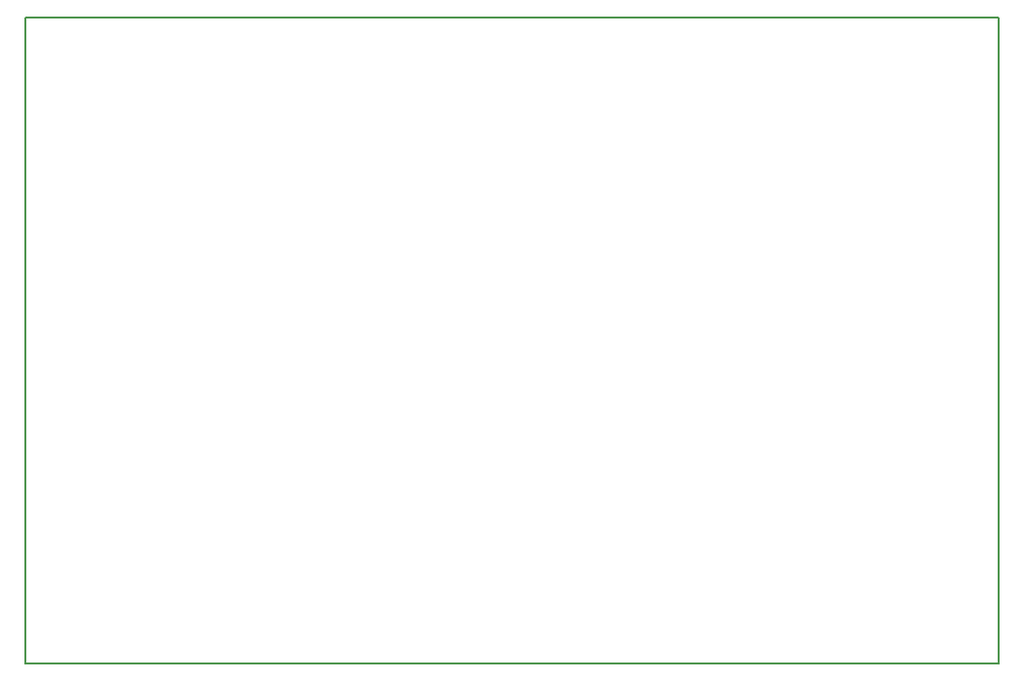
<source format=gbo>
G04 MADE WITH FRITZING*
G04 WWW.FRITZING.ORG*
G04 DOUBLE SIDED*
G04 HOLES PLATED*
G04 CONTOUR ON CENTER OF CONTOUR VECTOR*
%ASAXBY*%
%FSLAX23Y23*%
%MOIN*%
%OFA0B0*%
%SFA1.0B1.0*%
%ADD10R,3.334650X2.220470X3.318650X2.204470*%
%ADD11C,0.008000*%
%LNSILK0*%
G90*
G70*
G54D11*
X4Y2216D02*
X3331Y2216D01*
X3331Y4D01*
X4Y4D01*
X4Y2216D01*
D02*
G04 End of Silk0*
M02*
</source>
